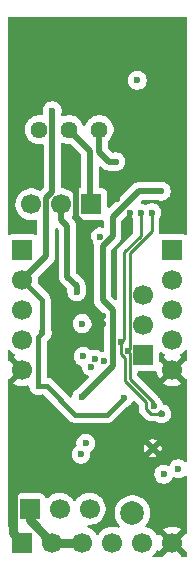
<source format=gbr>
%TF.GenerationSoftware,KiCad,Pcbnew,9.0.2*%
%TF.CreationDate,2025-10-14T11:54:41+02:00*%
%TF.ProjectId,nA_current_shunt_monitor_gum,6e415f63-7572-4726-956e-745f7368756e,rev?*%
%TF.SameCoordinates,Original*%
%TF.FileFunction,Copper,L2,Inr*%
%TF.FilePolarity,Positive*%
%FSLAX46Y46*%
G04 Gerber Fmt 4.6, Leading zero omitted, Abs format (unit mm)*
G04 Created by KiCad (PCBNEW 9.0.2) date 2025-10-14 11:54:41*
%MOMM*%
%LPD*%
G01*
G04 APERTURE LIST*
%TA.AperFunction,ComponentPad*%
%ADD10R,1.700000X1.700000*%
%TD*%
%TA.AperFunction,ComponentPad*%
%ADD11C,1.700000*%
%TD*%
%TA.AperFunction,HeatsinkPad*%
%ADD12C,0.500000*%
%TD*%
%TA.AperFunction,ComponentPad*%
%ADD13C,1.440000*%
%TD*%
%TA.AperFunction,ComponentPad*%
%ADD14C,2.000000*%
%TD*%
%TA.AperFunction,ViaPad*%
%ADD15C,0.600000*%
%TD*%
%TA.AperFunction,Conductor*%
%ADD16C,0.500000*%
%TD*%
%TA.AperFunction,Conductor*%
%ADD17C,0.750000*%
%TD*%
%TA.AperFunction,Conductor*%
%ADD18C,0.400000*%
%TD*%
%TA.AperFunction,Conductor*%
%ADD19C,0.250000*%
%TD*%
G04 APERTURE END LIST*
D10*
%TO.N,/5V*%
%TO.C,CG1*%
X123320000Y-86485000D03*
D11*
%TO.N,3.3V*%
X123320000Y-89025000D03*
%TO.N,/SDA*%
X123320000Y-91565000D03*
%TO.N,/SCL*%
X123320000Y-94105000D03*
%TO.N,GND*%
X123320000Y-96645000D03*
D10*
%TO.N,/5V*%
X136020000Y-86485000D03*
D11*
%TO.N,/VDDIO*%
X136020000Y-89025000D03*
%TO.N,/-5V*%
X136020000Y-91565000D03*
%TO.N,/LDO_EN_EXT*%
X136020000Y-94105000D03*
%TO.N,GND*%
X136020000Y-96645000D03*
D10*
X123320000Y-111250000D03*
D11*
%TO.N,/V_LSL_load*%
X125860000Y-111250000D03*
X128400000Y-111250000D03*
%TO.N,/Vout_diff*%
X130940000Y-111250000D03*
%TO.N,/Vout_B*%
X133480000Y-111250000D03*
%TO.N,GND*%
X136020000Y-111250000D03*
%TD*%
D12*
%TO.N,GND*%
%TO.C,U2*%
X134350000Y-103272500D03*
%TD*%
D10*
%TO.N,/5V*%
%TO.C,J2*%
X133560000Y-95410000D03*
D11*
%TO.N,Net-(D1-A)*%
X133560000Y-92870000D03*
%TO.N,/LDO_EN_EXT*%
X133560000Y-90330000D03*
%TD*%
D13*
%TO.N,unconnected-(RV1-Pad1)*%
%TO.C,RV1*%
X124730000Y-76290000D03*
%TO.N,Net-(J3-Pin_1)*%
X127270000Y-76290000D03*
%TO.N,Net-(R5-Pad1)*%
X129810000Y-76290000D03*
%TD*%
D10*
%TO.N,Net-(J3-Pin_1)*%
%TO.C,J3*%
X129155000Y-82615000D03*
D11*
%TO.N,/V_ldo_feedback*%
X126615000Y-82615000D03*
%TO.N,/DAC_out*%
X124075000Y-82615000D03*
%TD*%
D14*
%TO.N,/V_LSL_LDO*%
%TO.C,TP2*%
X132625000Y-108750000D03*
%TD*%
D10*
%TO.N,/V_LSL_load*%
%TO.C,J7*%
X123920000Y-108400000D03*
D11*
%TO.N,/Shunt-*%
X126460000Y-108400000D03*
%TO.N,Net-(J7-Pin_3)*%
X129000000Y-108400000D03*
%TD*%
D15*
%TO.N,GND*%
X135175000Y-107350000D03*
X127866000Y-83726000D03*
X124275000Y-106625000D03*
X127570000Y-96050000D03*
X127842500Y-72782500D03*
X128245685Y-85831958D03*
X131900000Y-73550000D03*
X125325000Y-106650000D03*
X123609000Y-77725000D03*
X126300000Y-93100000D03*
X136250000Y-72875000D03*
X136910000Y-103530000D03*
X125625000Y-69300000D03*
X134280000Y-77175000D03*
X136775000Y-107075000D03*
X134400000Y-106000000D03*
X123609000Y-72700000D03*
X136450000Y-76250000D03*
X136475000Y-80850000D03*
X136450000Y-79250000D03*
X135175000Y-84075000D03*
X130165000Y-92790000D03*
X130150000Y-92075000D03*
X132425000Y-83325000D03*
X126970000Y-91010000D03*
X127180000Y-77780000D03*
X131350000Y-82175000D03*
X136450000Y-77825000D03*
X126350000Y-106650000D03*
X129014315Y-85831958D03*
%TO.N,3.3V*%
X125000000Y-93490000D03*
X131910000Y-98990000D03*
X125851000Y-74700000D03*
X124700000Y-97975000D03*
%TO.N,/V_LSL_LDO*%
X130250000Y-95900000D03*
X128684975Y-102834975D03*
X129125000Y-96350000D03*
X129485000Y-95715000D03*
X135275000Y-105475000D03*
%TO.N,/5V*%
X129891052Y-85376102D03*
%TO.N,A3.3V*%
X128325000Y-98950000D03*
X135075000Y-81500000D03*
%TO.N,/SCL*%
X132259998Y-95050000D03*
X134275000Y-83325000D03*
X128475000Y-95500000D03*
X134425707Y-99674293D03*
%TO.N,/SDA*%
X133325000Y-83350000D03*
X131675000Y-94275000D03*
X128365000Y-92715025D03*
X135100000Y-100350000D03*
%TO.N,/ADC0*%
X136520000Y-105010000D03*
X133050000Y-72125000D03*
%TO.N,/V_ldo_feedback*%
X127925000Y-90000000D03*
%TO.N,Net-(R5-Pad1)*%
X131208999Y-79006949D03*
%TO.N,/Shunt-*%
X128275070Y-103780470D03*
%TD*%
D16*
%TO.N,GND*%
X126300000Y-93100000D02*
X126300000Y-92690000D01*
D17*
X123320000Y-111250000D02*
X122544000Y-110474000D01*
X122544000Y-107024000D02*
X122918000Y-106650000D01*
D16*
X126300000Y-92690000D02*
X126970000Y-92020000D01*
D17*
X122918000Y-106650000D02*
X126350000Y-106650000D01*
D16*
X127866000Y-83726000D02*
X127866000Y-78466000D01*
D17*
X122544000Y-110474000D02*
X122544000Y-107024000D01*
D16*
X127866000Y-78466000D02*
X127180000Y-77780000D01*
X128245685Y-84105685D02*
X127866000Y-83726000D01*
X128245685Y-85831958D02*
X128245685Y-84105685D01*
X126970000Y-92020000D02*
X126970000Y-91010000D01*
D18*
%TO.N,3.3V*%
X124700000Y-97975000D02*
X125355000Y-97975000D01*
X125000000Y-93490000D02*
X125000000Y-90705000D01*
X124670000Y-97945000D02*
X124670000Y-93820000D01*
X130479000Y-100421000D02*
X131910000Y-98990000D01*
X124670000Y-93820000D02*
X125000000Y-93490000D01*
D16*
X125851000Y-81571818D02*
X125326000Y-82096818D01*
X125326000Y-82096818D02*
X125326000Y-87019000D01*
D18*
X127801000Y-100421000D02*
X130479000Y-100421000D01*
D16*
X125326000Y-87019000D02*
X123320000Y-89025000D01*
D18*
X125000000Y-90705000D02*
X123320000Y-89025000D01*
X125355000Y-97975000D02*
X127801000Y-100421000D01*
X124700000Y-97975000D02*
X124670000Y-97945000D01*
D16*
X125851000Y-74700000D02*
X125851000Y-81571818D01*
%TO.N,A3.3V*%
X135075000Y-81500000D02*
X133150000Y-81500000D01*
X133150000Y-81500000D02*
X130951000Y-83699000D01*
X130951000Y-91601000D02*
X130951000Y-96324000D01*
X130100000Y-86157105D02*
X130100000Y-90750000D01*
X130951000Y-83699000D02*
X130951000Y-85306105D01*
X130951000Y-96324000D02*
X128325000Y-98950000D01*
X130951000Y-85306105D02*
X130100000Y-86157105D01*
X130100000Y-90750000D02*
X130951000Y-91601000D01*
D17*
%TO.N,/V_LSL_load*%
X128400000Y-111250000D02*
X125860000Y-111250000D01*
X125860000Y-111250000D02*
X123920000Y-109310000D01*
X123920000Y-109310000D02*
X123920000Y-108400000D01*
D19*
%TO.N,/SCL*%
X132425000Y-95215002D02*
X132425000Y-97400298D01*
X132425000Y-86742500D02*
X132425000Y-94884998D01*
X132425000Y-94884998D02*
X132259998Y-95050000D01*
D18*
X134425707Y-99674293D02*
X134450000Y-99650000D01*
D19*
X134275000Y-83325000D02*
X134275000Y-84892500D01*
X134425707Y-99401005D02*
X134425707Y-99674293D01*
X132425000Y-97400298D02*
X134425707Y-99401005D01*
X134275000Y-84892500D02*
X132425000Y-86742500D01*
X132259998Y-95050000D02*
X132425000Y-95215002D01*
%TO.N,/SDA*%
X133778801Y-99321199D02*
X133778801Y-99928801D01*
X132024000Y-97566398D02*
X133778801Y-99321199D01*
X132021410Y-95626000D02*
X132024000Y-95626000D01*
X133778801Y-99928801D02*
X134200000Y-100350000D01*
X131947705Y-94002295D02*
X131947705Y-86652695D01*
X134200000Y-100350000D02*
X135100000Y-100350000D01*
X131675000Y-94275000D02*
X131947705Y-94002295D01*
X133325000Y-85275400D02*
X133325000Y-83350000D01*
X131947705Y-86652695D02*
X133325000Y-85275400D01*
D16*
X135075000Y-100325000D02*
X135100000Y-100350000D01*
D19*
X131683998Y-95288588D02*
X132021410Y-95626000D01*
X131675000Y-94275000D02*
X131683998Y-94283998D01*
X132024000Y-95626000D02*
X132024000Y-97566398D01*
X131683998Y-94283998D02*
X131683998Y-95288588D01*
D16*
%TO.N,/V_ldo_feedback*%
X127925000Y-89545000D02*
X127130000Y-88750000D01*
X127130000Y-84440000D02*
X126615000Y-83925000D01*
X127925000Y-90000000D02*
X127925000Y-89545000D01*
X126615000Y-83925000D02*
X126615000Y-82615000D01*
X127130000Y-88750000D02*
X127130000Y-84440000D01*
%TO.N,Net-(J3-Pin_1)*%
X127270000Y-76290000D02*
X129050000Y-78070000D01*
X129050000Y-82510000D02*
X129155000Y-82615000D01*
X129050000Y-78070000D02*
X129050000Y-82510000D01*
%TO.N,Net-(R5-Pad1)*%
X131208999Y-79006949D02*
X130646949Y-79006949D01*
X129810000Y-78170000D02*
X129810000Y-76290000D01*
X130646949Y-79006949D02*
X129810000Y-78170000D01*
%TD*%
%TA.AperFunction,Conductor*%
%TO.N,GND*%
G36*
X135554075Y-111442993D02*
G01*
X135619901Y-111557007D01*
X135712993Y-111650099D01*
X135827007Y-111715925D01*
X135890590Y-111732962D01*
X135258282Y-112365269D01*
X135259109Y-112375770D01*
X135244745Y-112444148D01*
X135195694Y-112493905D01*
X135135491Y-112509500D01*
X134425689Y-112509500D01*
X134358650Y-112489815D01*
X134312895Y-112437011D01*
X134302951Y-112367853D01*
X134331976Y-112304297D01*
X134352804Y-112285181D01*
X134359792Y-112280104D01*
X134510104Y-112129792D01*
X134510106Y-112129788D01*
X134510109Y-112129786D01*
X134586055Y-112025254D01*
X134635051Y-111957816D01*
X134639793Y-111948508D01*
X134687763Y-111897711D01*
X134755583Y-111880911D01*
X134821719Y-111903445D01*
X134860763Y-111948500D01*
X134865373Y-111957547D01*
X134904728Y-112011716D01*
X135537037Y-111379408D01*
X135554075Y-111442993D01*
G37*
%TD.AperFunction*%
%TA.AperFunction,Conductor*%
G36*
X137135269Y-112011716D02*
G01*
X137145770Y-112010890D01*
X137214148Y-112025254D01*
X137263905Y-112074305D01*
X137279500Y-112134508D01*
X137279500Y-112385500D01*
X137259815Y-112452539D01*
X137207011Y-112498294D01*
X137155500Y-112509500D01*
X136904509Y-112509500D01*
X136837470Y-112489815D01*
X136791715Y-112437011D01*
X136780891Y-112375772D01*
X136781717Y-112365270D01*
X136149408Y-111732962D01*
X136212993Y-111715925D01*
X136327007Y-111650099D01*
X136420099Y-111557007D01*
X136485925Y-111442993D01*
X136502962Y-111379408D01*
X137135269Y-112011716D01*
G37*
%TD.AperFunction*%
%TA.AperFunction,Conductor*%
G36*
X134650846Y-96781712D02*
G01*
X134684332Y-96843035D01*
X134685640Y-96849997D01*
X134703242Y-96961129D01*
X134703242Y-96961130D01*
X134768904Y-97163217D01*
X134865375Y-97352550D01*
X134904728Y-97406716D01*
X135537037Y-96774408D01*
X135554075Y-96837993D01*
X135619901Y-96952007D01*
X135712993Y-97045099D01*
X135827007Y-97110925D01*
X135890590Y-97127962D01*
X135258282Y-97760269D01*
X135258282Y-97760270D01*
X135312449Y-97799624D01*
X135501782Y-97896095D01*
X135703870Y-97961757D01*
X135913754Y-97995000D01*
X136126246Y-97995000D01*
X136336127Y-97961757D01*
X136336130Y-97961757D01*
X136538217Y-97896095D01*
X136727554Y-97799622D01*
X136781716Y-97760270D01*
X136781717Y-97760270D01*
X136149408Y-97127962D01*
X136212993Y-97110925D01*
X136327007Y-97045099D01*
X136420099Y-96952007D01*
X136485925Y-96837993D01*
X136502962Y-96774408D01*
X137135269Y-97406716D01*
X137145770Y-97405890D01*
X137214148Y-97420254D01*
X137263905Y-97469305D01*
X137279500Y-97529508D01*
X137279500Y-104338059D01*
X137259815Y-104405098D01*
X137207011Y-104450853D01*
X137137853Y-104460797D01*
X137074297Y-104431772D01*
X137067819Y-104425740D01*
X137030292Y-104388213D01*
X137030288Y-104388210D01*
X136899185Y-104300609D01*
X136899172Y-104300602D01*
X136753501Y-104240264D01*
X136753489Y-104240261D01*
X136598845Y-104209500D01*
X136598842Y-104209500D01*
X136441158Y-104209500D01*
X136441155Y-104209500D01*
X136286510Y-104240261D01*
X136286498Y-104240264D01*
X136140827Y-104300602D01*
X136140814Y-104300609D01*
X136009711Y-104388210D01*
X136009707Y-104388213D01*
X135898213Y-104499707D01*
X135898210Y-104499711D01*
X135810609Y-104630814D01*
X135810606Y-104630821D01*
X135787496Y-104686612D01*
X135743654Y-104741015D01*
X135677359Y-104763079D01*
X135625483Y-104753719D01*
X135508501Y-104705264D01*
X135508489Y-104705261D01*
X135353845Y-104674500D01*
X135353842Y-104674500D01*
X135196158Y-104674500D01*
X135196155Y-104674500D01*
X135041510Y-104705261D01*
X135041498Y-104705264D01*
X134895827Y-104765602D01*
X134895814Y-104765609D01*
X134764711Y-104853210D01*
X134764707Y-104853213D01*
X134653213Y-104964707D01*
X134653210Y-104964711D01*
X134565609Y-105095814D01*
X134565602Y-105095827D01*
X134505264Y-105241498D01*
X134505261Y-105241510D01*
X134474500Y-105396153D01*
X134474500Y-105553846D01*
X134505261Y-105708489D01*
X134505264Y-105708501D01*
X134565602Y-105854172D01*
X134565609Y-105854185D01*
X134653210Y-105985288D01*
X134653213Y-105985292D01*
X134764707Y-106096786D01*
X134764711Y-106096789D01*
X134895814Y-106184390D01*
X134895827Y-106184397D01*
X135041498Y-106244735D01*
X135041503Y-106244737D01*
X135196153Y-106275499D01*
X135196156Y-106275500D01*
X135196158Y-106275500D01*
X135353844Y-106275500D01*
X135353845Y-106275499D01*
X135508497Y-106244737D01*
X135654179Y-106184394D01*
X135785289Y-106096789D01*
X135896789Y-105985289D01*
X135984394Y-105854179D01*
X136007502Y-105798388D01*
X136051341Y-105743986D01*
X136117634Y-105721920D01*
X136169515Y-105731280D01*
X136286498Y-105779735D01*
X136286503Y-105779737D01*
X136441153Y-105810499D01*
X136441156Y-105810500D01*
X136441158Y-105810500D01*
X136598844Y-105810500D01*
X136598845Y-105810499D01*
X136753497Y-105779737D01*
X136899179Y-105719394D01*
X137030289Y-105631789D01*
X137030292Y-105631786D01*
X137067819Y-105594260D01*
X137129142Y-105560775D01*
X137198834Y-105565759D01*
X137254767Y-105607631D01*
X137279184Y-105673095D01*
X137279500Y-105681941D01*
X137279500Y-110365490D01*
X137259815Y-110432529D01*
X137207011Y-110478284D01*
X137145772Y-110489108D01*
X137135270Y-110488281D01*
X136502962Y-111120590D01*
X136485925Y-111057007D01*
X136420099Y-110942993D01*
X136327007Y-110849901D01*
X136212993Y-110784075D01*
X136149409Y-110767037D01*
X136781716Y-110134728D01*
X136727550Y-110095375D01*
X136538217Y-109998904D01*
X136336129Y-109933242D01*
X136126246Y-109900000D01*
X135913754Y-109900000D01*
X135703872Y-109933242D01*
X135703869Y-109933242D01*
X135501782Y-109998904D01*
X135312439Y-110095380D01*
X135258282Y-110134727D01*
X135258282Y-110134728D01*
X135890591Y-110767037D01*
X135827007Y-110784075D01*
X135712993Y-110849901D01*
X135619901Y-110942993D01*
X135554075Y-111057007D01*
X135537037Y-111120591D01*
X134904728Y-110488282D01*
X134904727Y-110488282D01*
X134865380Y-110542440D01*
X134865376Y-110542446D01*
X134860760Y-110551505D01*
X134812781Y-110602297D01*
X134744959Y-110619087D01*
X134678826Y-110596543D01*
X134639794Y-110551493D01*
X134635051Y-110542184D01*
X134635049Y-110542181D01*
X134635048Y-110542179D01*
X134510109Y-110370213D01*
X134359786Y-110219890D01*
X134187820Y-110094951D01*
X133998416Y-109998444D01*
X133813605Y-109938395D01*
X133755930Y-109898957D01*
X133728732Y-109834598D01*
X133740647Y-109765752D01*
X133764245Y-109732781D01*
X133769517Y-109727510D01*
X133908343Y-109536433D01*
X134015568Y-109325992D01*
X134088553Y-109101368D01*
X134088919Y-109099056D01*
X134125500Y-108868097D01*
X134125500Y-108631902D01*
X134088553Y-108398631D01*
X134015566Y-108174003D01*
X133908342Y-107963566D01*
X133890021Y-107938349D01*
X133769517Y-107772490D01*
X133602510Y-107605483D01*
X133411433Y-107466657D01*
X133364056Y-107442517D01*
X133200996Y-107359433D01*
X132976368Y-107286446D01*
X132743097Y-107249500D01*
X132743092Y-107249500D01*
X132506908Y-107249500D01*
X132506903Y-107249500D01*
X132273631Y-107286446D01*
X132049003Y-107359433D01*
X131838566Y-107466657D01*
X131729550Y-107545862D01*
X131647490Y-107605483D01*
X131647488Y-107605485D01*
X131647487Y-107605485D01*
X131480485Y-107772487D01*
X131480485Y-107772488D01*
X131480483Y-107772490D01*
X131420862Y-107854550D01*
X131341657Y-107963566D01*
X131234433Y-108174003D01*
X131161446Y-108398631D01*
X131124500Y-108631902D01*
X131124500Y-108868097D01*
X131161446Y-109101368D01*
X131234433Y-109325996D01*
X131287482Y-109430109D01*
X131341657Y-109536433D01*
X131480483Y-109727510D01*
X131480485Y-109727512D01*
X131527222Y-109774249D01*
X131560707Y-109835572D01*
X131555723Y-109905264D01*
X131513851Y-109961197D01*
X131448387Y-109985614D01*
X131401223Y-109979861D01*
X131256240Y-109932753D01*
X131094957Y-109907208D01*
X131046287Y-109899500D01*
X130833713Y-109899500D01*
X130785042Y-109907208D01*
X130623760Y-109932753D01*
X130421585Y-109998444D01*
X130232179Y-110094951D01*
X130060213Y-110219890D01*
X129909890Y-110370213D01*
X129784949Y-110542182D01*
X129780484Y-110550946D01*
X129732509Y-110601742D01*
X129664688Y-110618536D01*
X129598553Y-110595998D01*
X129559516Y-110550946D01*
X129555050Y-110542182D01*
X129430109Y-110370213D01*
X129279786Y-110219890D01*
X129107820Y-110094951D01*
X128918414Y-109998444D01*
X128918413Y-109998443D01*
X128918412Y-109998443D01*
X128899907Y-109992430D01*
X128842232Y-109952994D01*
X128815034Y-109888635D01*
X128826949Y-109819789D01*
X128874193Y-109768313D01*
X128938226Y-109750500D01*
X129106286Y-109750500D01*
X129106287Y-109750500D01*
X129316243Y-109717246D01*
X129518412Y-109651557D01*
X129707816Y-109555051D01*
X129794138Y-109492335D01*
X129879786Y-109430109D01*
X129879788Y-109430106D01*
X129879792Y-109430104D01*
X130030104Y-109279792D01*
X130030106Y-109279788D01*
X130030109Y-109279786D01*
X130155048Y-109107820D01*
X130155047Y-109107820D01*
X130155051Y-109107816D01*
X130251557Y-108918412D01*
X130317246Y-108716243D01*
X130350500Y-108506287D01*
X130350500Y-108293713D01*
X130317246Y-108083757D01*
X130251557Y-107881588D01*
X130155051Y-107692184D01*
X130155049Y-107692181D01*
X130155048Y-107692179D01*
X130030109Y-107520213D01*
X129879786Y-107369890D01*
X129707820Y-107244951D01*
X129518414Y-107148444D01*
X129518413Y-107148443D01*
X129518412Y-107148443D01*
X129316243Y-107082754D01*
X129316241Y-107082753D01*
X129316240Y-107082753D01*
X129154957Y-107057208D01*
X129106287Y-107049500D01*
X128893713Y-107049500D01*
X128845042Y-107057208D01*
X128683760Y-107082753D01*
X128481585Y-107148444D01*
X128292179Y-107244951D01*
X128120213Y-107369890D01*
X127969890Y-107520213D01*
X127844949Y-107692182D01*
X127840484Y-107700946D01*
X127792509Y-107751742D01*
X127724688Y-107768536D01*
X127658553Y-107745998D01*
X127619516Y-107700946D01*
X127615050Y-107692182D01*
X127490109Y-107520213D01*
X127339786Y-107369890D01*
X127167820Y-107244951D01*
X126978414Y-107148444D01*
X126978413Y-107148443D01*
X126978412Y-107148443D01*
X126776243Y-107082754D01*
X126776241Y-107082753D01*
X126776240Y-107082753D01*
X126614957Y-107057208D01*
X126566287Y-107049500D01*
X126353713Y-107049500D01*
X126305042Y-107057208D01*
X126143760Y-107082753D01*
X125941585Y-107148444D01*
X125752179Y-107244951D01*
X125580215Y-107369889D01*
X125466673Y-107483431D01*
X125405350Y-107516915D01*
X125335658Y-107511931D01*
X125279725Y-107470059D01*
X125262810Y-107439082D01*
X125213797Y-107307671D01*
X125213793Y-107307664D01*
X125127547Y-107192455D01*
X125127544Y-107192452D01*
X125012335Y-107106206D01*
X125012328Y-107106202D01*
X124877482Y-107055908D01*
X124877483Y-107055908D01*
X124817883Y-107049501D01*
X124817881Y-107049500D01*
X124817873Y-107049500D01*
X124817864Y-107049500D01*
X123022129Y-107049500D01*
X123022123Y-107049501D01*
X122962516Y-107055908D01*
X122827671Y-107106202D01*
X122827664Y-107106206D01*
X122712455Y-107192452D01*
X122712452Y-107192455D01*
X122626206Y-107307664D01*
X122626202Y-107307671D01*
X122575908Y-107442517D01*
X122569501Y-107502116D01*
X122569500Y-107502135D01*
X122569500Y-109297870D01*
X122569501Y-109297876D01*
X122575908Y-109357483D01*
X122626202Y-109492328D01*
X122626206Y-109492335D01*
X122712452Y-109607544D01*
X122712455Y-109607547D01*
X122804876Y-109676734D01*
X122846747Y-109732668D01*
X122851731Y-109802359D01*
X122818245Y-109863682D01*
X122756922Y-109897166D01*
X122730565Y-109900000D01*
X122422155Y-109900000D01*
X122362627Y-109906401D01*
X122362619Y-109906403D01*
X122227833Y-109956675D01*
X122158141Y-109961659D01*
X122096818Y-109928174D01*
X122063334Y-109866850D01*
X122060500Y-109840493D01*
X122060500Y-103701623D01*
X127474570Y-103701623D01*
X127474570Y-103859316D01*
X127505331Y-104013959D01*
X127505334Y-104013971D01*
X127565672Y-104159642D01*
X127565679Y-104159655D01*
X127653280Y-104290758D01*
X127653283Y-104290762D01*
X127764777Y-104402256D01*
X127764781Y-104402259D01*
X127895884Y-104489860D01*
X127895897Y-104489867D01*
X128041568Y-104550205D01*
X128041573Y-104550207D01*
X128196223Y-104580969D01*
X128196226Y-104580970D01*
X128196228Y-104580970D01*
X128353914Y-104580970D01*
X128353915Y-104580969D01*
X128508567Y-104550207D01*
X128654249Y-104489864D01*
X128785359Y-104402259D01*
X128896859Y-104290759D01*
X128984464Y-104159649D01*
X129044807Y-104013967D01*
X129057516Y-103950077D01*
X134025975Y-103950077D01*
X134131236Y-103993678D01*
X134131240Y-103993679D01*
X134276126Y-104022499D01*
X134276129Y-104022500D01*
X134423871Y-104022500D01*
X134423873Y-104022499D01*
X134568760Y-103993679D01*
X134568775Y-103993675D01*
X134674024Y-103950078D01*
X134674024Y-103950077D01*
X134350001Y-103626054D01*
X134350000Y-103626054D01*
X134025975Y-103950077D01*
X129057516Y-103950077D01*
X129075570Y-103859312D01*
X129075570Y-103701628D01*
X129062783Y-103637345D01*
X129069009Y-103567757D01*
X129111872Y-103512579D01*
X129115461Y-103510086D01*
X129195264Y-103456764D01*
X129306764Y-103345264D01*
X129394369Y-103214154D01*
X129400801Y-103198626D01*
X133600000Y-103198626D01*
X133600000Y-103346373D01*
X133628820Y-103491259D01*
X133628822Y-103491267D01*
X133672421Y-103596524D01*
X133996446Y-103272500D01*
X133996446Y-103272499D01*
X133976556Y-103252609D01*
X134250000Y-103252609D01*
X134250000Y-103292391D01*
X134265224Y-103329145D01*
X134293355Y-103357276D01*
X134330109Y-103372500D01*
X134369891Y-103372500D01*
X134406645Y-103357276D01*
X134434776Y-103329145D01*
X134450000Y-103292391D01*
X134450000Y-103272499D01*
X134703554Y-103272499D01*
X134703554Y-103272501D01*
X135027577Y-103596524D01*
X135027578Y-103596524D01*
X135071175Y-103491275D01*
X135071179Y-103491260D01*
X135099999Y-103346373D01*
X135100000Y-103346371D01*
X135100000Y-103198628D01*
X135099999Y-103198626D01*
X135071179Y-103053740D01*
X135071178Y-103053736D01*
X135027577Y-102948475D01*
X134703554Y-103272499D01*
X134450000Y-103272499D01*
X134450000Y-103252609D01*
X134434776Y-103215855D01*
X134406645Y-103187724D01*
X134369891Y-103172500D01*
X134330109Y-103172500D01*
X134293355Y-103187724D01*
X134265224Y-103215855D01*
X134250000Y-103252609D01*
X133976556Y-103252609D01*
X133672421Y-102948474D01*
X133672420Y-102948474D01*
X133628823Y-103053728D01*
X133628820Y-103053740D01*
X133600000Y-103198626D01*
X129400801Y-103198626D01*
X129417346Y-103158683D01*
X129422978Y-103145086D01*
X129422978Y-103145085D01*
X129454712Y-103068472D01*
X129485475Y-102913817D01*
X129485475Y-102756133D01*
X129485475Y-102756130D01*
X129485474Y-102756128D01*
X129466339Y-102659927D01*
X129454713Y-102601483D01*
X129454712Y-102601482D01*
X129454712Y-102601478D01*
X129451996Y-102594920D01*
X134025974Y-102594920D01*
X134025974Y-102594921D01*
X134350000Y-102918946D01*
X134350001Y-102918946D01*
X134674024Y-102594921D01*
X134568767Y-102551322D01*
X134568759Y-102551320D01*
X134423872Y-102522500D01*
X134276128Y-102522500D01*
X134131240Y-102551320D01*
X134131228Y-102551323D01*
X134025974Y-102594920D01*
X129451996Y-102594920D01*
X129394372Y-102455802D01*
X129394365Y-102455789D01*
X129306764Y-102324686D01*
X129306761Y-102324682D01*
X129195267Y-102213188D01*
X129195263Y-102213185D01*
X129064160Y-102125584D01*
X129064147Y-102125577D01*
X128918476Y-102065239D01*
X128918464Y-102065236D01*
X128763820Y-102034475D01*
X128763817Y-102034475D01*
X128606133Y-102034475D01*
X128606130Y-102034475D01*
X128451485Y-102065236D01*
X128451473Y-102065239D01*
X128305802Y-102125577D01*
X128305789Y-102125584D01*
X128174686Y-102213185D01*
X128174682Y-102213188D01*
X128063188Y-102324682D01*
X128063185Y-102324686D01*
X127975584Y-102455789D01*
X127975577Y-102455802D01*
X127915239Y-102601473D01*
X127915236Y-102601485D01*
X127884475Y-102756128D01*
X127884475Y-102756133D01*
X127884475Y-102913817D01*
X127891369Y-102948474D01*
X127897261Y-102978099D01*
X127891032Y-103047691D01*
X127848169Y-103102867D01*
X127844534Y-103105391D01*
X127764781Y-103158680D01*
X127764777Y-103158683D01*
X127653283Y-103270177D01*
X127653280Y-103270181D01*
X127565679Y-103401284D01*
X127565672Y-103401297D01*
X127505334Y-103546968D01*
X127505331Y-103546980D01*
X127474570Y-103701623D01*
X122060500Y-103701623D01*
X122060500Y-97529508D01*
X122080185Y-97462469D01*
X122132989Y-97416714D01*
X122194230Y-97405890D01*
X122204728Y-97406716D01*
X122837037Y-96774408D01*
X122854075Y-96837993D01*
X122919901Y-96952007D01*
X123012993Y-97045099D01*
X123127007Y-97110925D01*
X123190589Y-97127962D01*
X122558282Y-97760269D01*
X122558282Y-97760270D01*
X122612449Y-97799624D01*
X122801782Y-97896095D01*
X123003870Y-97961757D01*
X123213754Y-97995000D01*
X123426246Y-97995000D01*
X123636126Y-97961758D01*
X123737181Y-97928923D01*
X123807022Y-97926928D01*
X123866855Y-97963008D01*
X123897684Y-98025709D01*
X123899500Y-98046854D01*
X123899500Y-98053846D01*
X123930261Y-98208489D01*
X123930264Y-98208501D01*
X123990602Y-98354172D01*
X123990609Y-98354185D01*
X124078210Y-98485288D01*
X124078213Y-98485292D01*
X124189707Y-98596786D01*
X124189711Y-98596789D01*
X124320814Y-98684390D01*
X124320827Y-98684397D01*
X124458688Y-98741500D01*
X124466503Y-98744737D01*
X124604578Y-98772202D01*
X124621153Y-98775499D01*
X124621156Y-98775500D01*
X124621158Y-98775500D01*
X124778844Y-98775500D01*
X124778845Y-98775499D01*
X124933497Y-98744737D01*
X124998783Y-98717693D01*
X125068252Y-98710225D01*
X125130731Y-98741500D01*
X125133917Y-98744574D01*
X126229051Y-99839707D01*
X127256886Y-100867542D01*
X127340805Y-100951461D01*
X127354459Y-100965115D01*
X127469182Y-101041771D01*
X127469195Y-101041778D01*
X127541332Y-101071658D01*
X127569002Y-101083119D01*
X127596671Y-101094580D01*
X127596674Y-101094580D01*
X127596679Y-101094582D01*
X127623545Y-101099925D01*
X127623551Y-101099926D01*
X127623591Y-101099934D01*
X127713937Y-101117905D01*
X127732006Y-101121500D01*
X127732007Y-101121500D01*
X130547996Y-101121500D01*
X130656457Y-101099925D01*
X130683328Y-101094580D01*
X130768275Y-101059394D01*
X130810807Y-101041777D01*
X130810808Y-101041776D01*
X130810811Y-101041775D01*
X130925543Y-100965114D01*
X132104586Y-99786069D01*
X132144810Y-99759192D01*
X132199435Y-99736566D01*
X132289173Y-99699397D01*
X132289176Y-99699395D01*
X132289179Y-99699394D01*
X132420289Y-99611789D01*
X132531789Y-99500289D01*
X132619394Y-99369179D01*
X132642920Y-99312379D01*
X132686759Y-99257977D01*
X132753053Y-99235911D01*
X132820752Y-99253189D01*
X132845162Y-99272151D01*
X133116982Y-99543970D01*
X133150467Y-99605293D01*
X133153301Y-99631651D01*
X133153301Y-99990407D01*
X133177338Y-100111253D01*
X133177339Y-100111256D01*
X133177339Y-100111257D01*
X133184264Y-100127975D01*
X133184270Y-100127988D01*
X133185554Y-100131087D01*
X133224489Y-100225087D01*
X133241860Y-100251083D01*
X133246770Y-100258432D01*
X133246773Y-100258437D01*
X133292939Y-100327529D01*
X133292940Y-100327530D01*
X133292943Y-100327534D01*
X133380068Y-100414659D01*
X133380070Y-100414660D01*
X133387136Y-100421726D01*
X133387135Y-100421726D01*
X133387138Y-100421728D01*
X133714141Y-100748732D01*
X133714142Y-100748733D01*
X133801267Y-100835858D01*
X133801268Y-100835859D01*
X133903707Y-100904307D01*
X133903713Y-100904310D01*
X133903714Y-100904311D01*
X134017548Y-100951463D01*
X134077971Y-100963481D01*
X134138393Y-100975500D01*
X134138394Y-100975500D01*
X134557650Y-100975500D01*
X134624689Y-100995185D01*
X134626541Y-100996398D01*
X134720821Y-101059394D01*
X134720823Y-101059395D01*
X134720827Y-101059397D01*
X134866498Y-101119735D01*
X134866503Y-101119737D01*
X135021153Y-101150499D01*
X135021156Y-101150500D01*
X135021158Y-101150500D01*
X135178844Y-101150500D01*
X135178845Y-101150499D01*
X135333497Y-101119737D01*
X135479179Y-101059394D01*
X135610289Y-100971789D01*
X135721789Y-100860289D01*
X135809394Y-100729179D01*
X135869737Y-100583497D01*
X135900500Y-100428842D01*
X135900500Y-100271158D01*
X135900500Y-100271155D01*
X135900499Y-100271153D01*
X135869738Y-100116510D01*
X135869737Y-100116503D01*
X135817507Y-99990407D01*
X135809397Y-99970827D01*
X135809390Y-99970814D01*
X135721789Y-99839711D01*
X135721786Y-99839707D01*
X135610292Y-99728213D01*
X135610288Y-99728210D01*
X135479185Y-99640609D01*
X135479172Y-99640602D01*
X135333501Y-99580264D01*
X135333491Y-99580261D01*
X135299902Y-99573580D01*
X135237991Y-99541195D01*
X135203417Y-99480479D01*
X135202484Y-99476189D01*
X135195444Y-99440796D01*
X135165782Y-99369185D01*
X135135104Y-99295120D01*
X135135097Y-99295107D01*
X135047497Y-99164005D01*
X135047496Y-99164004D01*
X134972152Y-99088660D01*
X134956739Y-99069880D01*
X134929575Y-99029226D01*
X134911565Y-99002272D01*
X134911564Y-99002270D01*
X134821344Y-98912050D01*
X134821313Y-98912021D01*
X133086819Y-97177527D01*
X133072115Y-97150599D01*
X133055523Y-97124781D01*
X133054631Y-97118580D01*
X133053334Y-97116204D01*
X133050500Y-97089846D01*
X133050500Y-96884499D01*
X133070185Y-96817460D01*
X133122989Y-96771705D01*
X133174500Y-96760499D01*
X134457871Y-96760499D01*
X134457872Y-96760499D01*
X134517483Y-96754091D01*
X134519832Y-96753214D01*
X134521784Y-96753075D01*
X134525031Y-96752308D01*
X134525155Y-96752834D01*
X134589522Y-96748229D01*
X134650846Y-96781712D01*
G37*
%TD.AperFunction*%
%TA.AperFunction,Conductor*%
G36*
X127739341Y-83503068D02*
G01*
X127763286Y-83520993D01*
X127795274Y-83544939D01*
X127812189Y-83575917D01*
X127861202Y-83707328D01*
X127861206Y-83707335D01*
X127947452Y-83822544D01*
X127947455Y-83822547D01*
X128062664Y-83908793D01*
X128062671Y-83908797D01*
X128197517Y-83959091D01*
X128197516Y-83959091D01*
X128198549Y-83959202D01*
X128257127Y-83965500D01*
X130052872Y-83965499D01*
X130063241Y-83964384D01*
X130131999Y-83976786D01*
X130183139Y-84024394D01*
X130200500Y-84087673D01*
X130200500Y-84470377D01*
X130180815Y-84537416D01*
X130128011Y-84583171D01*
X130058853Y-84593115D01*
X130052310Y-84591995D01*
X129969894Y-84575602D01*
X129812210Y-84575602D01*
X129812207Y-84575602D01*
X129657562Y-84606363D01*
X129657550Y-84606366D01*
X129511879Y-84666704D01*
X129511866Y-84666711D01*
X129380763Y-84754312D01*
X129380759Y-84754315D01*
X129269265Y-84865809D01*
X129269262Y-84865813D01*
X129181661Y-84996916D01*
X129181654Y-84996929D01*
X129121316Y-85142600D01*
X129121313Y-85142612D01*
X129090552Y-85297255D01*
X129090552Y-85454948D01*
X129121313Y-85609591D01*
X129121316Y-85609603D01*
X129181654Y-85755274D01*
X129181661Y-85755287D01*
X129269262Y-85886390D01*
X129269265Y-85886394D01*
X129321970Y-85939098D01*
X129355456Y-86000421D01*
X129355908Y-86050969D01*
X129349500Y-86083187D01*
X129349500Y-90823918D01*
X129349500Y-90823920D01*
X129349499Y-90823920D01*
X129378340Y-90968907D01*
X129378343Y-90968917D01*
X129420641Y-91071033D01*
X129434916Y-91105495D01*
X129455074Y-91135664D01*
X129465683Y-91151542D01*
X129517049Y-91228418D01*
X129517052Y-91228421D01*
X130164181Y-91875549D01*
X130197666Y-91936872D01*
X130200500Y-91963230D01*
X130200500Y-94991899D01*
X130191555Y-95022359D01*
X130184256Y-95053255D01*
X130181782Y-95055641D01*
X130180815Y-95058938D01*
X130156827Y-95079723D01*
X130133979Y-95101772D01*
X130129598Y-95103317D01*
X130128011Y-95104693D01*
X130100696Y-95113515D01*
X130093267Y-95114993D01*
X130023675Y-95108768D01*
X130000180Y-95096479D01*
X129864185Y-95005609D01*
X129864172Y-95005602D01*
X129718501Y-94945264D01*
X129718489Y-94945261D01*
X129563845Y-94914500D01*
X129563842Y-94914500D01*
X129406158Y-94914500D01*
X129406155Y-94914500D01*
X129251511Y-94945260D01*
X129251501Y-94945263D01*
X129187221Y-94971889D01*
X129117751Y-94979358D01*
X129055272Y-94948082D01*
X129052088Y-94945009D01*
X128985292Y-94878213D01*
X128985288Y-94878210D01*
X128854185Y-94790609D01*
X128854172Y-94790602D01*
X128708501Y-94730264D01*
X128708489Y-94730261D01*
X128553845Y-94699500D01*
X128553842Y-94699500D01*
X128396158Y-94699500D01*
X128396155Y-94699500D01*
X128241510Y-94730261D01*
X128241498Y-94730264D01*
X128095827Y-94790602D01*
X128095814Y-94790609D01*
X127964711Y-94878210D01*
X127964707Y-94878213D01*
X127853213Y-94989707D01*
X127853210Y-94989711D01*
X127765609Y-95120814D01*
X127765602Y-95120827D01*
X127705264Y-95266498D01*
X127705261Y-95266510D01*
X127674500Y-95421153D01*
X127674500Y-95578846D01*
X127705261Y-95733489D01*
X127705264Y-95733501D01*
X127765602Y-95879172D01*
X127765609Y-95879185D01*
X127853210Y-96010288D01*
X127853213Y-96010292D01*
X127964707Y-96121786D01*
X127964711Y-96121789D01*
X128095814Y-96209390D01*
X128095827Y-96209397D01*
X128247131Y-96272068D01*
X128246114Y-96274522D01*
X128294930Y-96306510D01*
X128323390Y-96370321D01*
X128324500Y-96386878D01*
X128324500Y-96428846D01*
X128355261Y-96583489D01*
X128355264Y-96583501D01*
X128415602Y-96729172D01*
X128415609Y-96729185D01*
X128503210Y-96860288D01*
X128503213Y-96860292D01*
X128614707Y-96971786D01*
X128614711Y-96971789D01*
X128745814Y-97059390D01*
X128745827Y-97059397D01*
X128863162Y-97107998D01*
X128917566Y-97151838D01*
X128939631Y-97218132D01*
X128922352Y-97285832D01*
X128903391Y-97310240D01*
X128009703Y-98203927D01*
X127969480Y-98230805D01*
X127945819Y-98240606D01*
X127945818Y-98240607D01*
X127814715Y-98328207D01*
X127814707Y-98328213D01*
X127703213Y-98439707D01*
X127703210Y-98439711D01*
X127615609Y-98570814D01*
X127615602Y-98570827D01*
X127555264Y-98716498D01*
X127555261Y-98716510D01*
X127523311Y-98877132D01*
X127521176Y-98876707D01*
X127498664Y-98932404D01*
X127441616Y-98972744D01*
X127371815Y-98975837D01*
X127313767Y-98943111D01*
X125801546Y-97430888D01*
X125801545Y-97430887D01*
X125686807Y-97354222D01*
X125559332Y-97301421D01*
X125559322Y-97301418D01*
X125470308Y-97283712D01*
X125408397Y-97251327D01*
X125373823Y-97190611D01*
X125370500Y-97162095D01*
X125370500Y-94271472D01*
X125390185Y-94204433D01*
X125425607Y-94168371D01*
X125510289Y-94111789D01*
X125621789Y-94000289D01*
X125709394Y-93869179D01*
X125769737Y-93723497D01*
X125800500Y-93568842D01*
X125800500Y-93411158D01*
X125800500Y-93411155D01*
X125800499Y-93411153D01*
X125797720Y-93397184D01*
X125769737Y-93256503D01*
X125757247Y-93226349D01*
X125709939Y-93112136D01*
X125700500Y-93064684D01*
X125700500Y-92636178D01*
X127564500Y-92636178D01*
X127564500Y-92793871D01*
X127595261Y-92948514D01*
X127595264Y-92948526D01*
X127655602Y-93094197D01*
X127655609Y-93094210D01*
X127743210Y-93225313D01*
X127743213Y-93225317D01*
X127854707Y-93336811D01*
X127854711Y-93336814D01*
X127985814Y-93424415D01*
X127985827Y-93424422D01*
X128131498Y-93484760D01*
X128131503Y-93484762D01*
X128286153Y-93515524D01*
X128286156Y-93515525D01*
X128286158Y-93515525D01*
X128443844Y-93515525D01*
X128443845Y-93515524D01*
X128598497Y-93484762D01*
X128744179Y-93424419D01*
X128875289Y-93336814D01*
X128986789Y-93225314D01*
X129074394Y-93094204D01*
X129086622Y-93064684D01*
X129123236Y-92976287D01*
X129134737Y-92948522D01*
X129165500Y-92793867D01*
X129165500Y-92636183D01*
X129165500Y-92636180D01*
X129165499Y-92636178D01*
X129149104Y-92553757D01*
X129134737Y-92481528D01*
X129107999Y-92416976D01*
X129074397Y-92335852D01*
X129074390Y-92335839D01*
X128986789Y-92204736D01*
X128986786Y-92204732D01*
X128875292Y-92093238D01*
X128875288Y-92093235D01*
X128744185Y-92005634D01*
X128744172Y-92005627D01*
X128598501Y-91945289D01*
X128598489Y-91945286D01*
X128443845Y-91914525D01*
X128443842Y-91914525D01*
X128286158Y-91914525D01*
X128286155Y-91914525D01*
X128131510Y-91945286D01*
X128131498Y-91945289D01*
X127985827Y-92005627D01*
X127985814Y-92005634D01*
X127854711Y-92093235D01*
X127854707Y-92093238D01*
X127743213Y-92204732D01*
X127743210Y-92204736D01*
X127655609Y-92335839D01*
X127655602Y-92335852D01*
X127595264Y-92481523D01*
X127595261Y-92481535D01*
X127564500Y-92636178D01*
X125700500Y-92636178D01*
X125700500Y-90636006D01*
X125695223Y-90609479D01*
X125689946Y-90582951D01*
X125673580Y-90500672D01*
X125673578Y-90500667D01*
X125620777Y-90373192D01*
X125544112Y-90258454D01*
X125544111Y-90258453D01*
X124680507Y-89394850D01*
X124647022Y-89333527D01*
X124645715Y-89287771D01*
X124655116Y-89228414D01*
X124670500Y-89131287D01*
X124670500Y-88918713D01*
X124655382Y-88823267D01*
X124664336Y-88753978D01*
X124690171Y-88716194D01*
X125908951Y-87497416D01*
X125991084Y-87374495D01*
X126047658Y-87237913D01*
X126076500Y-87092918D01*
X126076500Y-86945083D01*
X126076500Y-84747230D01*
X126082738Y-84725984D01*
X126084318Y-84703896D01*
X126092390Y-84693112D01*
X126096185Y-84680191D01*
X126112918Y-84665691D01*
X126126190Y-84647963D01*
X126138810Y-84643255D01*
X126148989Y-84634436D01*
X126170906Y-84631284D01*
X126191654Y-84623546D01*
X126204814Y-84626408D01*
X126218147Y-84624492D01*
X126238290Y-84633691D01*
X126259927Y-84638398D01*
X126277652Y-84651666D01*
X126281703Y-84653517D01*
X126288181Y-84659549D01*
X126343181Y-84714549D01*
X126376666Y-84775872D01*
X126379500Y-84802230D01*
X126379500Y-88823918D01*
X126379500Y-88823920D01*
X126379499Y-88823920D01*
X126408340Y-88968907D01*
X126408343Y-88968917D01*
X126464912Y-89105488D01*
X126464918Y-89105499D01*
X126476971Y-89123536D01*
X126476973Y-89123541D01*
X126547046Y-89228414D01*
X126547052Y-89228421D01*
X127096760Y-89778128D01*
X127130245Y-89839451D01*
X127130697Y-89889996D01*
X127124500Y-89921154D01*
X127124500Y-90078846D01*
X127155261Y-90233489D01*
X127155264Y-90233501D01*
X127215602Y-90379172D01*
X127215609Y-90379185D01*
X127303210Y-90510288D01*
X127303213Y-90510292D01*
X127414707Y-90621786D01*
X127414711Y-90621789D01*
X127545814Y-90709390D01*
X127545827Y-90709397D01*
X127624655Y-90742048D01*
X127691503Y-90769737D01*
X127846153Y-90800499D01*
X127846156Y-90800500D01*
X127846158Y-90800500D01*
X128003844Y-90800500D01*
X128003845Y-90800499D01*
X128158497Y-90769737D01*
X128304179Y-90709394D01*
X128435289Y-90621789D01*
X128546789Y-90510289D01*
X128634394Y-90379179D01*
X128694737Y-90233497D01*
X128725500Y-90078842D01*
X128725500Y-89921158D01*
X128725500Y-89921155D01*
X128725499Y-89921153D01*
X128694739Y-89766511D01*
X128694738Y-89766508D01*
X128694737Y-89766503D01*
X128684937Y-89742844D01*
X128675500Y-89695396D01*
X128675500Y-89471079D01*
X128646659Y-89326092D01*
X128646658Y-89326091D01*
X128646658Y-89326087D01*
X128646656Y-89326082D01*
X128590087Y-89189511D01*
X128590085Y-89189507D01*
X128590084Y-89189505D01*
X128551184Y-89131287D01*
X128551183Y-89131285D01*
X128507956Y-89066589D01*
X128507952Y-89066584D01*
X127916819Y-88475451D01*
X127883334Y-88414128D01*
X127880500Y-88387770D01*
X127880500Y-84366079D01*
X127851659Y-84221092D01*
X127851658Y-84221091D01*
X127851658Y-84221087D01*
X127795084Y-84084505D01*
X127738954Y-84000500D01*
X127712952Y-83961584D01*
X127533313Y-83781945D01*
X127499828Y-83720622D01*
X127504812Y-83650930D01*
X127533310Y-83606585D01*
X127608329Y-83531566D01*
X127669648Y-83498084D01*
X127669649Y-83498084D01*
X127739341Y-83503068D01*
G37*
%TD.AperFunction*%
%TA.AperFunction,Conductor*%
G36*
X122265703Y-94956976D02*
G01*
X122284819Y-94977804D01*
X122289896Y-94984792D01*
X122440213Y-95135109D01*
X122612179Y-95260048D01*
X122612181Y-95260049D01*
X122612184Y-95260051D01*
X122621493Y-95264794D01*
X122672290Y-95312766D01*
X122689087Y-95380587D01*
X122666552Y-95446722D01*
X122621505Y-95485760D01*
X122612446Y-95490376D01*
X122612440Y-95490380D01*
X122558282Y-95529727D01*
X122558282Y-95529728D01*
X123190591Y-96162037D01*
X123127007Y-96179075D01*
X123012993Y-96244901D01*
X122919901Y-96337993D01*
X122854075Y-96452007D01*
X122837037Y-96515591D01*
X122204727Y-95883281D01*
X122194228Y-95884108D01*
X122125851Y-95869743D01*
X122076095Y-95820692D01*
X122060500Y-95760490D01*
X122060500Y-95050689D01*
X122080185Y-94983650D01*
X122132989Y-94937895D01*
X122202147Y-94927951D01*
X122265703Y-94956976D01*
G37*
%TD.AperFunction*%
%TA.AperFunction,Conductor*%
G36*
X135115702Y-95111044D02*
G01*
X135122180Y-95117076D01*
X135140213Y-95135109D01*
X135312179Y-95260048D01*
X135312181Y-95260049D01*
X135312184Y-95260051D01*
X135321493Y-95264794D01*
X135372290Y-95312766D01*
X135389087Y-95380587D01*
X135366552Y-95446722D01*
X135321505Y-95485760D01*
X135312446Y-95490376D01*
X135312440Y-95490380D01*
X135258282Y-95529727D01*
X135258282Y-95529728D01*
X135890591Y-96162037D01*
X135827007Y-96179075D01*
X135712993Y-96244901D01*
X135619901Y-96337993D01*
X135554075Y-96452007D01*
X135537037Y-96515591D01*
X134946818Y-95925372D01*
X134913333Y-95864049D01*
X134910499Y-95837697D01*
X134910499Y-95204756D01*
X134930184Y-95137718D01*
X134982988Y-95091963D01*
X135052146Y-95082019D01*
X135115702Y-95111044D01*
G37*
%TD.AperFunction*%
%TA.AperFunction,Conductor*%
G36*
X137241920Y-94961764D02*
G01*
X137276277Y-95022603D01*
X137279500Y-95050689D01*
X137279500Y-95760490D01*
X137259815Y-95827529D01*
X137207011Y-95873284D01*
X137145772Y-95884108D01*
X137135270Y-95883281D01*
X136502962Y-96515590D01*
X136485925Y-96452007D01*
X136420099Y-96337993D01*
X136327007Y-96244901D01*
X136212993Y-96179075D01*
X136149409Y-96162037D01*
X136781716Y-95529728D01*
X136727547Y-95490373D01*
X136727547Y-95490372D01*
X136718500Y-95485763D01*
X136667706Y-95437788D01*
X136650912Y-95369966D01*
X136673451Y-95303832D01*
X136718508Y-95264793D01*
X136727816Y-95260051D01*
X136807007Y-95202515D01*
X136899786Y-95135109D01*
X136899788Y-95135106D01*
X136899792Y-95135104D01*
X137050104Y-94984792D01*
X137055181Y-94977803D01*
X137110511Y-94935138D01*
X137180124Y-94929159D01*
X137241920Y-94961764D01*
G37*
%TD.AperFunction*%
%TA.AperFunction,Conductor*%
G36*
X132451327Y-83362551D02*
G01*
X132507261Y-83404422D01*
X132529611Y-83454541D01*
X132555261Y-83583491D01*
X132555264Y-83583501D01*
X132615602Y-83729172D01*
X132615609Y-83729184D01*
X132678602Y-83823459D01*
X132699480Y-83890136D01*
X132699500Y-83892350D01*
X132699500Y-84964947D01*
X132679815Y-85031986D01*
X132663181Y-85052628D01*
X131461849Y-86253959D01*
X131461843Y-86253967D01*
X131393395Y-86356403D01*
X131393393Y-86356408D01*
X131360406Y-86436047D01*
X131346243Y-86470238D01*
X131346243Y-86470240D01*
X131346242Y-86470243D01*
X131322205Y-86591089D01*
X131322205Y-86591091D01*
X131322205Y-90611475D01*
X131302520Y-90678514D01*
X131249716Y-90724269D01*
X131180558Y-90734213D01*
X131117002Y-90705188D01*
X131110524Y-90699156D01*
X130886819Y-90475451D01*
X130853334Y-90414128D01*
X130850500Y-90387770D01*
X130850500Y-86519335D01*
X130870185Y-86452296D01*
X130886819Y-86431654D01*
X131151639Y-86166834D01*
X131533952Y-85784521D01*
X131593051Y-85696071D01*
X131616084Y-85661600D01*
X131639518Y-85605025D01*
X131672659Y-85525017D01*
X131701500Y-85380022D01*
X131701500Y-85232187D01*
X131701500Y-84061228D01*
X131721185Y-83994189D01*
X131737815Y-83973551D01*
X132320315Y-83391050D01*
X132381636Y-83357567D01*
X132451327Y-83362551D01*
G37*
%TD.AperFunction*%
%TA.AperFunction,Conductor*%
G36*
X137232464Y-66755185D02*
G01*
X137278219Y-66807989D01*
X137289424Y-66859566D01*
X137283439Y-77546319D01*
X137279574Y-84447868D01*
X137279502Y-84575648D01*
X137279500Y-84575651D01*
X137279500Y-84580708D01*
X137279500Y-84580841D01*
X137279484Y-84608916D01*
X137279500Y-84608995D01*
X137279500Y-85074960D01*
X137259815Y-85141999D01*
X137207011Y-85187754D01*
X137137853Y-85197698D01*
X137112167Y-85191142D01*
X136977482Y-85140908D01*
X136977483Y-85140908D01*
X136917883Y-85134501D01*
X136917881Y-85134500D01*
X136917873Y-85134500D01*
X136917864Y-85134500D01*
X135122129Y-85134500D01*
X135122123Y-85134501D01*
X135062515Y-85140908D01*
X135055705Y-85143449D01*
X134986014Y-85148430D01*
X134924692Y-85114942D01*
X134891210Y-85053618D01*
X134890760Y-85003073D01*
X134891985Y-84996916D01*
X134900500Y-84954107D01*
X134900500Y-84830893D01*
X134900500Y-83867350D01*
X134920185Y-83800311D01*
X134921398Y-83798459D01*
X134932432Y-83781945D01*
X134984394Y-83704179D01*
X135044737Y-83558497D01*
X135075500Y-83403842D01*
X135075500Y-83246158D01*
X135075500Y-83246155D01*
X135075499Y-83246153D01*
X135059543Y-83165937D01*
X135044737Y-83091503D01*
X135041270Y-83083132D01*
X134984397Y-82945827D01*
X134984390Y-82945814D01*
X134896789Y-82814711D01*
X134896786Y-82814707D01*
X134785292Y-82703213D01*
X134785288Y-82703210D01*
X134654185Y-82615609D01*
X134654172Y-82615602D01*
X134508501Y-82555264D01*
X134508489Y-82555261D01*
X134353845Y-82524500D01*
X134353842Y-82524500D01*
X134196158Y-82524500D01*
X134196155Y-82524500D01*
X134041510Y-82555261D01*
X134041498Y-82555264D01*
X133895828Y-82615602D01*
X133895812Y-82615611D01*
X133850181Y-82646100D01*
X133783503Y-82666977D01*
X133716123Y-82648491D01*
X133712405Y-82646102D01*
X133704183Y-82640609D01*
X133704179Y-82640606D01*
X133704175Y-82640604D01*
X133704171Y-82640602D01*
X133558501Y-82580264D01*
X133558491Y-82580261D01*
X133429542Y-82554611D01*
X133420536Y-82549900D01*
X133410399Y-82549175D01*
X133390099Y-82533979D01*
X133367631Y-82522226D01*
X133362602Y-82513394D01*
X133354466Y-82507304D01*
X133345605Y-82483546D01*
X133333057Y-82461510D01*
X133333601Y-82451360D01*
X133330050Y-82441839D01*
X133335440Y-82417060D01*
X133336798Y-82391740D01*
X133343136Y-82381680D01*
X133344902Y-82373566D01*
X133366051Y-82345314D01*
X133424549Y-82286818D01*
X133485872Y-82253334D01*
X133512229Y-82250500D01*
X134770396Y-82250500D01*
X134817844Y-82259937D01*
X134841503Y-82269737D01*
X134841508Y-82269738D01*
X134841511Y-82269739D01*
X134996153Y-82300499D01*
X134996156Y-82300500D01*
X134996158Y-82300500D01*
X135153844Y-82300500D01*
X135153845Y-82300499D01*
X135308497Y-82269737D01*
X135454179Y-82209394D01*
X135585289Y-82121789D01*
X135696789Y-82010289D01*
X135784394Y-81879179D01*
X135844737Y-81733497D01*
X135875500Y-81578842D01*
X135875500Y-81421158D01*
X135875500Y-81421155D01*
X135875499Y-81421153D01*
X135850953Y-81297753D01*
X135844737Y-81266503D01*
X135833356Y-81239027D01*
X135784397Y-81120827D01*
X135784390Y-81120814D01*
X135696789Y-80989711D01*
X135696786Y-80989707D01*
X135585292Y-80878213D01*
X135585288Y-80878210D01*
X135454185Y-80790609D01*
X135454172Y-80790602D01*
X135308501Y-80730264D01*
X135308489Y-80730261D01*
X135153845Y-80699500D01*
X135153842Y-80699500D01*
X134996158Y-80699500D01*
X134996155Y-80699500D01*
X134841511Y-80730260D01*
X134841506Y-80730262D01*
X134841504Y-80730262D01*
X134841503Y-80730263D01*
X134817844Y-80740062D01*
X134770396Y-80749500D01*
X133076076Y-80749500D01*
X133047242Y-80755234D01*
X133047243Y-80755235D01*
X132931093Y-80778339D01*
X132931083Y-80778342D01*
X132851081Y-80811479D01*
X132851082Y-80811480D01*
X132794505Y-80834915D01*
X132732835Y-80876121D01*
X132729706Y-80878213D01*
X132712372Y-80889795D01*
X132671585Y-80917047D01*
X132671581Y-80917050D01*
X130717180Y-82871451D01*
X130655857Y-82904936D01*
X130586165Y-82899952D01*
X130530232Y-82858080D01*
X130505815Y-82792616D01*
X130505499Y-82783770D01*
X130505499Y-81717129D01*
X130505498Y-81717123D01*
X130499091Y-81657516D01*
X130448797Y-81522671D01*
X130448793Y-81522664D01*
X130362547Y-81407455D01*
X130362544Y-81407452D01*
X130247335Y-81321206D01*
X130247328Y-81321202D01*
X130112482Y-81270908D01*
X130112483Y-81270908D01*
X130052883Y-81264501D01*
X130052881Y-81264500D01*
X130052873Y-81264500D01*
X130052865Y-81264500D01*
X129924500Y-81264500D01*
X129857461Y-81244815D01*
X129811706Y-81192011D01*
X129800500Y-81140500D01*
X129800500Y-79521229D01*
X129806738Y-79499983D01*
X129808318Y-79477895D01*
X129816390Y-79467111D01*
X129820185Y-79454190D01*
X129836918Y-79439690D01*
X129850190Y-79421962D01*
X129862810Y-79417254D01*
X129872989Y-79408435D01*
X129894906Y-79405283D01*
X129915654Y-79397545D01*
X129928814Y-79400407D01*
X129942147Y-79398491D01*
X129962290Y-79407690D01*
X129983927Y-79412397D01*
X130001652Y-79425665D01*
X130005703Y-79427516D01*
X130012181Y-79433548D01*
X130063998Y-79485365D01*
X130168533Y-79589900D01*
X130168536Y-79589902D01*
X130168537Y-79589903D01*
X130291443Y-79672026D01*
X130291445Y-79672027D01*
X130291454Y-79672033D01*
X130316599Y-79682448D01*
X130316600Y-79682449D01*
X130316601Y-79682449D01*
X130428037Y-79728608D01*
X130544190Y-79751712D01*
X130563417Y-79755536D01*
X130573030Y-79757449D01*
X130573031Y-79757449D01*
X130573032Y-79757449D01*
X130720867Y-79757449D01*
X130904395Y-79757449D01*
X130951843Y-79766886D01*
X130975502Y-79776686D01*
X130975507Y-79776687D01*
X130975510Y-79776688D01*
X131130152Y-79807448D01*
X131130155Y-79807449D01*
X131130157Y-79807449D01*
X131287843Y-79807449D01*
X131287844Y-79807448D01*
X131442496Y-79776686D01*
X131588178Y-79716343D01*
X131719288Y-79628738D01*
X131830788Y-79517238D01*
X131918393Y-79386128D01*
X131978736Y-79240446D01*
X132009499Y-79085791D01*
X132009499Y-78928107D01*
X132009499Y-78928104D01*
X132009498Y-78928102D01*
X131978737Y-78773459D01*
X131978736Y-78773452D01*
X131978734Y-78773447D01*
X131918396Y-78627776D01*
X131918389Y-78627763D01*
X131830788Y-78496660D01*
X131830785Y-78496656D01*
X131719291Y-78385162D01*
X131719287Y-78385159D01*
X131588184Y-78297558D01*
X131588171Y-78297551D01*
X131442500Y-78237213D01*
X131442488Y-78237210D01*
X131287844Y-78206449D01*
X131287841Y-78206449D01*
X131130157Y-78206449D01*
X131130154Y-78206449D01*
X131009710Y-78230407D01*
X130940119Y-78224180D01*
X130897838Y-78196471D01*
X130596819Y-77895451D01*
X130563334Y-77834128D01*
X130560500Y-77807770D01*
X130560500Y-77316203D01*
X130580185Y-77249164D01*
X130601736Y-77224469D01*
X130601657Y-77224390D01*
X130602830Y-77223216D01*
X130603969Y-77221912D01*
X130605089Y-77220953D01*
X130605102Y-77220945D01*
X130740945Y-77085102D01*
X130853865Y-76929681D01*
X130941082Y-76758509D01*
X131000447Y-76575801D01*
X131030500Y-76386055D01*
X131030500Y-76193945D01*
X131000447Y-76004199D01*
X130970424Y-75911797D01*
X130941083Y-75821493D01*
X130853864Y-75650318D01*
X130740945Y-75494898D01*
X130605102Y-75359055D01*
X130449681Y-75246135D01*
X130278506Y-75158916D01*
X130095802Y-75099553D01*
X130000928Y-75084526D01*
X129906055Y-75069500D01*
X129713945Y-75069500D01*
X129650696Y-75079517D01*
X129524197Y-75099553D01*
X129341493Y-75158916D01*
X129170318Y-75246135D01*
X129141500Y-75267073D01*
X129014898Y-75359055D01*
X129014896Y-75359057D01*
X129014895Y-75359057D01*
X128879057Y-75494895D01*
X128879057Y-75494896D01*
X128879055Y-75494898D01*
X128830560Y-75561645D01*
X128766135Y-75650318D01*
X128678916Y-75821493D01*
X128657931Y-75886081D01*
X128618494Y-75943756D01*
X128554135Y-75970955D01*
X128485289Y-75959041D01*
X128433813Y-75911797D01*
X128422069Y-75886081D01*
X128401083Y-75821493D01*
X128313864Y-75650318D01*
X128200945Y-75494898D01*
X128065102Y-75359055D01*
X127909681Y-75246135D01*
X127738506Y-75158916D01*
X127555802Y-75099553D01*
X127460928Y-75084526D01*
X127366055Y-75069500D01*
X127173945Y-75069500D01*
X127110696Y-75079517D01*
X126984197Y-75099553D01*
X126801493Y-75158916D01*
X126781793Y-75168954D01*
X126779088Y-75169461D01*
X126777011Y-75171262D01*
X126744963Y-75175869D01*
X126713124Y-75181849D01*
X126710575Y-75180814D01*
X126707853Y-75181206D01*
X126678384Y-75167748D01*
X126648384Y-75155571D01*
X126646800Y-75153324D01*
X126644297Y-75152181D01*
X126626779Y-75124922D01*
X126608128Y-75098464D01*
X126607555Y-75095009D01*
X126606523Y-75093403D01*
X126601500Y-75058468D01*
X126601500Y-75004604D01*
X126610939Y-74957151D01*
X126618069Y-74939937D01*
X126620737Y-74933497D01*
X126651500Y-74778842D01*
X126651500Y-74621158D01*
X126651500Y-74621155D01*
X126651499Y-74621153D01*
X126620738Y-74466510D01*
X126620737Y-74466503D01*
X126620735Y-74466498D01*
X126560397Y-74320827D01*
X126560390Y-74320814D01*
X126472789Y-74189711D01*
X126472786Y-74189707D01*
X126361292Y-74078213D01*
X126361288Y-74078210D01*
X126230185Y-73990609D01*
X126230172Y-73990602D01*
X126084501Y-73930264D01*
X126084489Y-73930261D01*
X125929845Y-73899500D01*
X125929842Y-73899500D01*
X125772158Y-73899500D01*
X125772155Y-73899500D01*
X125617510Y-73930261D01*
X125617498Y-73930264D01*
X125471827Y-73990602D01*
X125471814Y-73990609D01*
X125340711Y-74078210D01*
X125340707Y-74078213D01*
X125229213Y-74189707D01*
X125229210Y-74189711D01*
X125141609Y-74320814D01*
X125141602Y-74320827D01*
X125081264Y-74466498D01*
X125081261Y-74466510D01*
X125050500Y-74621153D01*
X125050500Y-74778846D01*
X125082451Y-74939472D01*
X125080111Y-74939937D01*
X125080639Y-74999259D01*
X125043389Y-75058371D01*
X124980094Y-75087960D01*
X124941959Y-75087857D01*
X124826055Y-75069500D01*
X124633945Y-75069500D01*
X124570696Y-75079517D01*
X124444197Y-75099553D01*
X124261493Y-75158916D01*
X124090318Y-75246135D01*
X124061500Y-75267073D01*
X123934898Y-75359055D01*
X123934896Y-75359057D01*
X123934895Y-75359057D01*
X123799057Y-75494895D01*
X123799057Y-75494896D01*
X123799055Y-75494898D01*
X123750560Y-75561645D01*
X123686135Y-75650318D01*
X123598916Y-75821493D01*
X123539553Y-76004197D01*
X123509500Y-76193945D01*
X123509500Y-76386054D01*
X123539553Y-76575802D01*
X123598916Y-76758506D01*
X123598918Y-76758509D01*
X123686135Y-76929681D01*
X123799055Y-77085102D01*
X123934898Y-77220945D01*
X124090319Y-77333865D01*
X124217747Y-77398793D01*
X124261493Y-77421083D01*
X124352845Y-77450764D01*
X124444199Y-77480447D01*
X124633945Y-77510500D01*
X124633946Y-77510500D01*
X124826054Y-77510500D01*
X124826055Y-77510500D01*
X124957102Y-77489744D01*
X125026396Y-77498699D01*
X125079847Y-77543695D01*
X125100487Y-77610446D01*
X125100500Y-77612217D01*
X125100500Y-81209587D01*
X125091855Y-81239027D01*
X125085332Y-81269014D01*
X125081577Y-81274029D01*
X125080815Y-81276626D01*
X125064181Y-81297269D01*
X124925143Y-81436306D01*
X124863820Y-81469790D01*
X124794128Y-81464806D01*
X124781167Y-81459109D01*
X124679790Y-81407455D01*
X124593412Y-81363443D01*
X124391243Y-81297754D01*
X124391241Y-81297753D01*
X124391240Y-81297753D01*
X124229957Y-81272208D01*
X124181287Y-81264500D01*
X123968713Y-81264500D01*
X123920042Y-81272208D01*
X123758760Y-81297753D01*
X123556585Y-81363444D01*
X123367179Y-81459951D01*
X123195213Y-81584890D01*
X123044890Y-81735213D01*
X122919951Y-81907179D01*
X122823444Y-82096585D01*
X122757753Y-82298760D01*
X122735092Y-82441839D01*
X122724500Y-82508713D01*
X122724500Y-82721287D01*
X122757754Y-82931243D01*
X122809824Y-83091498D01*
X122823444Y-83133414D01*
X122919951Y-83322820D01*
X123044890Y-83494786D01*
X123195213Y-83645109D01*
X123367179Y-83770048D01*
X123367181Y-83770049D01*
X123367184Y-83770051D01*
X123556588Y-83866557D01*
X123758757Y-83932246D01*
X123968713Y-83965500D01*
X123968714Y-83965500D01*
X124181286Y-83965500D01*
X124181287Y-83965500D01*
X124391243Y-83932246D01*
X124413183Y-83925116D01*
X124483022Y-83923122D01*
X124542855Y-83959202D01*
X124573684Y-84021902D01*
X124575500Y-84043048D01*
X124575500Y-85073468D01*
X124555815Y-85140507D01*
X124503011Y-85186262D01*
X124433853Y-85196206D01*
X124408168Y-85189650D01*
X124277485Y-85140909D01*
X124277483Y-85140908D01*
X124217883Y-85134501D01*
X124217881Y-85134500D01*
X124217873Y-85134500D01*
X124217864Y-85134500D01*
X122422129Y-85134500D01*
X122422123Y-85134501D01*
X122362516Y-85140908D01*
X122227833Y-85191142D01*
X122158141Y-85196126D01*
X122096818Y-85162641D01*
X122063334Y-85101317D01*
X122060500Y-85074960D01*
X122060500Y-72046153D01*
X132249500Y-72046153D01*
X132249500Y-72203846D01*
X132280261Y-72358489D01*
X132280264Y-72358501D01*
X132340602Y-72504172D01*
X132340609Y-72504185D01*
X132428210Y-72635288D01*
X132428213Y-72635292D01*
X132539707Y-72746786D01*
X132539711Y-72746789D01*
X132670814Y-72834390D01*
X132670827Y-72834397D01*
X132816498Y-72894735D01*
X132816503Y-72894737D01*
X132971153Y-72925499D01*
X132971156Y-72925500D01*
X132971158Y-72925500D01*
X133128844Y-72925500D01*
X133128845Y-72925499D01*
X133283497Y-72894737D01*
X133429179Y-72834394D01*
X133560289Y-72746789D01*
X133671789Y-72635289D01*
X133759394Y-72504179D01*
X133819737Y-72358497D01*
X133850500Y-72203842D01*
X133850500Y-72046158D01*
X133850500Y-72046155D01*
X133850499Y-72046153D01*
X133819738Y-71891510D01*
X133819737Y-71891503D01*
X133819735Y-71891498D01*
X133759397Y-71745827D01*
X133759390Y-71745814D01*
X133671789Y-71614711D01*
X133671786Y-71614707D01*
X133560292Y-71503213D01*
X133560288Y-71503210D01*
X133429185Y-71415609D01*
X133429172Y-71415602D01*
X133283501Y-71355264D01*
X133283489Y-71355261D01*
X133128845Y-71324500D01*
X133128842Y-71324500D01*
X132971158Y-71324500D01*
X132971155Y-71324500D01*
X132816510Y-71355261D01*
X132816498Y-71355264D01*
X132670827Y-71415602D01*
X132670814Y-71415609D01*
X132539711Y-71503210D01*
X132539707Y-71503213D01*
X132428213Y-71614707D01*
X132428210Y-71614711D01*
X132340609Y-71745814D01*
X132340602Y-71745827D01*
X132280264Y-71891498D01*
X132280261Y-71891510D01*
X132249500Y-72046153D01*
X122060500Y-72046153D01*
X122060500Y-66859500D01*
X122080185Y-66792461D01*
X122132989Y-66746706D01*
X122184500Y-66735500D01*
X137165425Y-66735500D01*
X137232464Y-66755185D01*
G37*
%TD.AperFunction*%
%TA.AperFunction,Conductor*%
G36*
X126781795Y-77411046D02*
G01*
X126801491Y-77421082D01*
X126984199Y-77480447D01*
X127173945Y-77510500D01*
X127173946Y-77510500D01*
X127366042Y-77510500D01*
X127366055Y-77510500D01*
X127366067Y-77510497D01*
X127367526Y-77510383D01*
X127368083Y-77510500D01*
X127370927Y-77510500D01*
X127370927Y-77511097D01*
X127435905Y-77524739D01*
X127464951Y-77546319D01*
X128263181Y-78344548D01*
X128296666Y-78405871D01*
X128299500Y-78432229D01*
X128299500Y-81148696D01*
X128279815Y-81215735D01*
X128227011Y-81261490D01*
X128204020Y-81269372D01*
X128197516Y-81270909D01*
X128062671Y-81321202D01*
X128062664Y-81321206D01*
X127947455Y-81407452D01*
X127947452Y-81407455D01*
X127861206Y-81522664D01*
X127861203Y-81522669D01*
X127812189Y-81654083D01*
X127770317Y-81710016D01*
X127704853Y-81734433D01*
X127636580Y-81719581D01*
X127608326Y-81698430D01*
X127494786Y-81584890D01*
X127322820Y-81459951D01*
X127133414Y-81363444D01*
X127133413Y-81363443D01*
X127133412Y-81363443D01*
X126931243Y-81297754D01*
X126931241Y-81297753D01*
X126931240Y-81297753D01*
X126721284Y-81264499D01*
X126716424Y-81264117D01*
X126716599Y-81261886D01*
X126658461Y-81244815D01*
X126612706Y-81192011D01*
X126601500Y-81140500D01*
X126601500Y-77521531D01*
X126621185Y-77454492D01*
X126673989Y-77408737D01*
X126743147Y-77398793D01*
X126781795Y-77411046D01*
G37*
%TD.AperFunction*%
%TD*%
M02*

</source>
